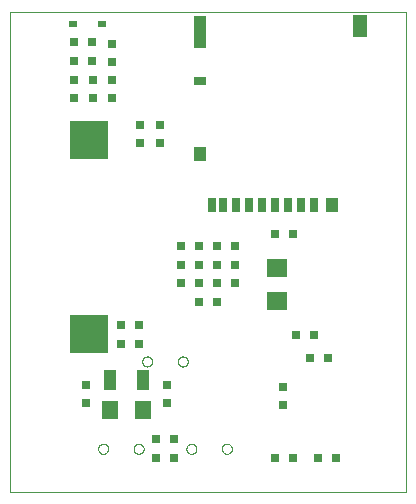
<source format=gbp>
G75*
%MOIN*%
%OFA0B0*%
%FSLAX25Y25*%
%IPPOS*%
%LPD*%
%AMOC8*
5,1,8,0,0,1.08239X$1,22.5*
%
%ADD10C,0.00000*%
%ADD11R,0.12598X0.12598*%
%ADD12R,0.03150X0.03150*%
%ADD13R,0.07087X0.06299*%
%ADD14R,0.02756X0.04724*%
%ADD15R,0.03937X0.04724*%
%ADD16R,0.03937X0.03150*%
%ADD17R,0.03937X0.11024*%
%ADD18R,0.05118X0.07480*%
%ADD19R,0.03150X0.02362*%
%ADD20R,0.03937X0.07087*%
%ADD21R,0.05512X0.06299*%
D10*
X0038342Y0011500D02*
X0038342Y0171500D01*
X0170342Y0171500D01*
X0170342Y0011500D01*
X0038342Y0011500D01*
X0067763Y0025900D02*
X0067765Y0025981D01*
X0067771Y0026063D01*
X0067781Y0026144D01*
X0067795Y0026224D01*
X0067812Y0026303D01*
X0067834Y0026382D01*
X0067859Y0026459D01*
X0067888Y0026536D01*
X0067921Y0026610D01*
X0067958Y0026683D01*
X0067997Y0026754D01*
X0068041Y0026823D01*
X0068087Y0026890D01*
X0068137Y0026954D01*
X0068190Y0027016D01*
X0068246Y0027076D01*
X0068304Y0027132D01*
X0068366Y0027186D01*
X0068430Y0027237D01*
X0068496Y0027284D01*
X0068564Y0027328D01*
X0068635Y0027369D01*
X0068707Y0027406D01*
X0068782Y0027440D01*
X0068857Y0027470D01*
X0068935Y0027496D01*
X0069013Y0027519D01*
X0069092Y0027537D01*
X0069172Y0027552D01*
X0069253Y0027563D01*
X0069334Y0027570D01*
X0069416Y0027573D01*
X0069497Y0027572D01*
X0069578Y0027567D01*
X0069659Y0027558D01*
X0069740Y0027545D01*
X0069820Y0027528D01*
X0069898Y0027508D01*
X0069976Y0027483D01*
X0070053Y0027455D01*
X0070128Y0027423D01*
X0070201Y0027388D01*
X0070272Y0027349D01*
X0070342Y0027306D01*
X0070409Y0027261D01*
X0070475Y0027212D01*
X0070537Y0027160D01*
X0070597Y0027104D01*
X0070654Y0027046D01*
X0070709Y0026986D01*
X0070760Y0026922D01*
X0070808Y0026857D01*
X0070853Y0026789D01*
X0070895Y0026719D01*
X0070933Y0026647D01*
X0070968Y0026573D01*
X0070999Y0026498D01*
X0071026Y0026421D01*
X0071049Y0026343D01*
X0071069Y0026264D01*
X0071085Y0026184D01*
X0071097Y0026103D01*
X0071105Y0026022D01*
X0071109Y0025941D01*
X0071109Y0025859D01*
X0071105Y0025778D01*
X0071097Y0025697D01*
X0071085Y0025616D01*
X0071069Y0025536D01*
X0071049Y0025457D01*
X0071026Y0025379D01*
X0070999Y0025302D01*
X0070968Y0025227D01*
X0070933Y0025153D01*
X0070895Y0025081D01*
X0070853Y0025011D01*
X0070808Y0024943D01*
X0070760Y0024878D01*
X0070709Y0024814D01*
X0070654Y0024754D01*
X0070597Y0024696D01*
X0070537Y0024640D01*
X0070475Y0024588D01*
X0070409Y0024539D01*
X0070342Y0024494D01*
X0070273Y0024451D01*
X0070201Y0024412D01*
X0070128Y0024377D01*
X0070053Y0024345D01*
X0069976Y0024317D01*
X0069898Y0024292D01*
X0069820Y0024272D01*
X0069740Y0024255D01*
X0069659Y0024242D01*
X0069578Y0024233D01*
X0069497Y0024228D01*
X0069416Y0024227D01*
X0069334Y0024230D01*
X0069253Y0024237D01*
X0069172Y0024248D01*
X0069092Y0024263D01*
X0069013Y0024281D01*
X0068935Y0024304D01*
X0068857Y0024330D01*
X0068782Y0024360D01*
X0068707Y0024394D01*
X0068635Y0024431D01*
X0068564Y0024472D01*
X0068496Y0024516D01*
X0068430Y0024563D01*
X0068366Y0024614D01*
X0068304Y0024668D01*
X0068246Y0024724D01*
X0068190Y0024784D01*
X0068137Y0024846D01*
X0068087Y0024910D01*
X0068041Y0024977D01*
X0067997Y0025046D01*
X0067958Y0025117D01*
X0067921Y0025190D01*
X0067888Y0025264D01*
X0067859Y0025341D01*
X0067834Y0025418D01*
X0067812Y0025497D01*
X0067795Y0025576D01*
X0067781Y0025656D01*
X0067771Y0025737D01*
X0067765Y0025819D01*
X0067763Y0025900D01*
X0079574Y0025900D02*
X0079576Y0025981D01*
X0079582Y0026063D01*
X0079592Y0026144D01*
X0079606Y0026224D01*
X0079623Y0026303D01*
X0079645Y0026382D01*
X0079670Y0026459D01*
X0079699Y0026536D01*
X0079732Y0026610D01*
X0079769Y0026683D01*
X0079808Y0026754D01*
X0079852Y0026823D01*
X0079898Y0026890D01*
X0079948Y0026954D01*
X0080001Y0027016D01*
X0080057Y0027076D01*
X0080115Y0027132D01*
X0080177Y0027186D01*
X0080241Y0027237D01*
X0080307Y0027284D01*
X0080375Y0027328D01*
X0080446Y0027369D01*
X0080518Y0027406D01*
X0080593Y0027440D01*
X0080668Y0027470D01*
X0080746Y0027496D01*
X0080824Y0027519D01*
X0080903Y0027537D01*
X0080983Y0027552D01*
X0081064Y0027563D01*
X0081145Y0027570D01*
X0081227Y0027573D01*
X0081308Y0027572D01*
X0081389Y0027567D01*
X0081470Y0027558D01*
X0081551Y0027545D01*
X0081631Y0027528D01*
X0081709Y0027508D01*
X0081787Y0027483D01*
X0081864Y0027455D01*
X0081939Y0027423D01*
X0082012Y0027388D01*
X0082083Y0027349D01*
X0082153Y0027306D01*
X0082220Y0027261D01*
X0082286Y0027212D01*
X0082348Y0027160D01*
X0082408Y0027104D01*
X0082465Y0027046D01*
X0082520Y0026986D01*
X0082571Y0026922D01*
X0082619Y0026857D01*
X0082664Y0026789D01*
X0082706Y0026719D01*
X0082744Y0026647D01*
X0082779Y0026573D01*
X0082810Y0026498D01*
X0082837Y0026421D01*
X0082860Y0026343D01*
X0082880Y0026264D01*
X0082896Y0026184D01*
X0082908Y0026103D01*
X0082916Y0026022D01*
X0082920Y0025941D01*
X0082920Y0025859D01*
X0082916Y0025778D01*
X0082908Y0025697D01*
X0082896Y0025616D01*
X0082880Y0025536D01*
X0082860Y0025457D01*
X0082837Y0025379D01*
X0082810Y0025302D01*
X0082779Y0025227D01*
X0082744Y0025153D01*
X0082706Y0025081D01*
X0082664Y0025011D01*
X0082619Y0024943D01*
X0082571Y0024878D01*
X0082520Y0024814D01*
X0082465Y0024754D01*
X0082408Y0024696D01*
X0082348Y0024640D01*
X0082286Y0024588D01*
X0082220Y0024539D01*
X0082153Y0024494D01*
X0082084Y0024451D01*
X0082012Y0024412D01*
X0081939Y0024377D01*
X0081864Y0024345D01*
X0081787Y0024317D01*
X0081709Y0024292D01*
X0081631Y0024272D01*
X0081551Y0024255D01*
X0081470Y0024242D01*
X0081389Y0024233D01*
X0081308Y0024228D01*
X0081227Y0024227D01*
X0081145Y0024230D01*
X0081064Y0024237D01*
X0080983Y0024248D01*
X0080903Y0024263D01*
X0080824Y0024281D01*
X0080746Y0024304D01*
X0080668Y0024330D01*
X0080593Y0024360D01*
X0080518Y0024394D01*
X0080446Y0024431D01*
X0080375Y0024472D01*
X0080307Y0024516D01*
X0080241Y0024563D01*
X0080177Y0024614D01*
X0080115Y0024668D01*
X0080057Y0024724D01*
X0080001Y0024784D01*
X0079948Y0024846D01*
X0079898Y0024910D01*
X0079852Y0024977D01*
X0079808Y0025046D01*
X0079769Y0025117D01*
X0079732Y0025190D01*
X0079699Y0025264D01*
X0079670Y0025341D01*
X0079645Y0025418D01*
X0079623Y0025497D01*
X0079606Y0025576D01*
X0079592Y0025656D01*
X0079582Y0025737D01*
X0079576Y0025819D01*
X0079574Y0025900D01*
X0097163Y0025900D02*
X0097165Y0025981D01*
X0097171Y0026063D01*
X0097181Y0026144D01*
X0097195Y0026224D01*
X0097212Y0026303D01*
X0097234Y0026382D01*
X0097259Y0026459D01*
X0097288Y0026536D01*
X0097321Y0026610D01*
X0097358Y0026683D01*
X0097397Y0026754D01*
X0097441Y0026823D01*
X0097487Y0026890D01*
X0097537Y0026954D01*
X0097590Y0027016D01*
X0097646Y0027076D01*
X0097704Y0027132D01*
X0097766Y0027186D01*
X0097830Y0027237D01*
X0097896Y0027284D01*
X0097964Y0027328D01*
X0098035Y0027369D01*
X0098107Y0027406D01*
X0098182Y0027440D01*
X0098257Y0027470D01*
X0098335Y0027496D01*
X0098413Y0027519D01*
X0098492Y0027537D01*
X0098572Y0027552D01*
X0098653Y0027563D01*
X0098734Y0027570D01*
X0098816Y0027573D01*
X0098897Y0027572D01*
X0098978Y0027567D01*
X0099059Y0027558D01*
X0099140Y0027545D01*
X0099220Y0027528D01*
X0099298Y0027508D01*
X0099376Y0027483D01*
X0099453Y0027455D01*
X0099528Y0027423D01*
X0099601Y0027388D01*
X0099672Y0027349D01*
X0099742Y0027306D01*
X0099809Y0027261D01*
X0099875Y0027212D01*
X0099937Y0027160D01*
X0099997Y0027104D01*
X0100054Y0027046D01*
X0100109Y0026986D01*
X0100160Y0026922D01*
X0100208Y0026857D01*
X0100253Y0026789D01*
X0100295Y0026719D01*
X0100333Y0026647D01*
X0100368Y0026573D01*
X0100399Y0026498D01*
X0100426Y0026421D01*
X0100449Y0026343D01*
X0100469Y0026264D01*
X0100485Y0026184D01*
X0100497Y0026103D01*
X0100505Y0026022D01*
X0100509Y0025941D01*
X0100509Y0025859D01*
X0100505Y0025778D01*
X0100497Y0025697D01*
X0100485Y0025616D01*
X0100469Y0025536D01*
X0100449Y0025457D01*
X0100426Y0025379D01*
X0100399Y0025302D01*
X0100368Y0025227D01*
X0100333Y0025153D01*
X0100295Y0025081D01*
X0100253Y0025011D01*
X0100208Y0024943D01*
X0100160Y0024878D01*
X0100109Y0024814D01*
X0100054Y0024754D01*
X0099997Y0024696D01*
X0099937Y0024640D01*
X0099875Y0024588D01*
X0099809Y0024539D01*
X0099742Y0024494D01*
X0099673Y0024451D01*
X0099601Y0024412D01*
X0099528Y0024377D01*
X0099453Y0024345D01*
X0099376Y0024317D01*
X0099298Y0024292D01*
X0099220Y0024272D01*
X0099140Y0024255D01*
X0099059Y0024242D01*
X0098978Y0024233D01*
X0098897Y0024228D01*
X0098816Y0024227D01*
X0098734Y0024230D01*
X0098653Y0024237D01*
X0098572Y0024248D01*
X0098492Y0024263D01*
X0098413Y0024281D01*
X0098335Y0024304D01*
X0098257Y0024330D01*
X0098182Y0024360D01*
X0098107Y0024394D01*
X0098035Y0024431D01*
X0097964Y0024472D01*
X0097896Y0024516D01*
X0097830Y0024563D01*
X0097766Y0024614D01*
X0097704Y0024668D01*
X0097646Y0024724D01*
X0097590Y0024784D01*
X0097537Y0024846D01*
X0097487Y0024910D01*
X0097441Y0024977D01*
X0097397Y0025046D01*
X0097358Y0025117D01*
X0097321Y0025190D01*
X0097288Y0025264D01*
X0097259Y0025341D01*
X0097234Y0025418D01*
X0097212Y0025497D01*
X0097195Y0025576D01*
X0097181Y0025656D01*
X0097171Y0025737D01*
X0097165Y0025819D01*
X0097163Y0025900D01*
X0108974Y0025900D02*
X0108976Y0025981D01*
X0108982Y0026063D01*
X0108992Y0026144D01*
X0109006Y0026224D01*
X0109023Y0026303D01*
X0109045Y0026382D01*
X0109070Y0026459D01*
X0109099Y0026536D01*
X0109132Y0026610D01*
X0109169Y0026683D01*
X0109208Y0026754D01*
X0109252Y0026823D01*
X0109298Y0026890D01*
X0109348Y0026954D01*
X0109401Y0027016D01*
X0109457Y0027076D01*
X0109515Y0027132D01*
X0109577Y0027186D01*
X0109641Y0027237D01*
X0109707Y0027284D01*
X0109775Y0027328D01*
X0109846Y0027369D01*
X0109918Y0027406D01*
X0109993Y0027440D01*
X0110068Y0027470D01*
X0110146Y0027496D01*
X0110224Y0027519D01*
X0110303Y0027537D01*
X0110383Y0027552D01*
X0110464Y0027563D01*
X0110545Y0027570D01*
X0110627Y0027573D01*
X0110708Y0027572D01*
X0110789Y0027567D01*
X0110870Y0027558D01*
X0110951Y0027545D01*
X0111031Y0027528D01*
X0111109Y0027508D01*
X0111187Y0027483D01*
X0111264Y0027455D01*
X0111339Y0027423D01*
X0111412Y0027388D01*
X0111483Y0027349D01*
X0111553Y0027306D01*
X0111620Y0027261D01*
X0111686Y0027212D01*
X0111748Y0027160D01*
X0111808Y0027104D01*
X0111865Y0027046D01*
X0111920Y0026986D01*
X0111971Y0026922D01*
X0112019Y0026857D01*
X0112064Y0026789D01*
X0112106Y0026719D01*
X0112144Y0026647D01*
X0112179Y0026573D01*
X0112210Y0026498D01*
X0112237Y0026421D01*
X0112260Y0026343D01*
X0112280Y0026264D01*
X0112296Y0026184D01*
X0112308Y0026103D01*
X0112316Y0026022D01*
X0112320Y0025941D01*
X0112320Y0025859D01*
X0112316Y0025778D01*
X0112308Y0025697D01*
X0112296Y0025616D01*
X0112280Y0025536D01*
X0112260Y0025457D01*
X0112237Y0025379D01*
X0112210Y0025302D01*
X0112179Y0025227D01*
X0112144Y0025153D01*
X0112106Y0025081D01*
X0112064Y0025011D01*
X0112019Y0024943D01*
X0111971Y0024878D01*
X0111920Y0024814D01*
X0111865Y0024754D01*
X0111808Y0024696D01*
X0111748Y0024640D01*
X0111686Y0024588D01*
X0111620Y0024539D01*
X0111553Y0024494D01*
X0111484Y0024451D01*
X0111412Y0024412D01*
X0111339Y0024377D01*
X0111264Y0024345D01*
X0111187Y0024317D01*
X0111109Y0024292D01*
X0111031Y0024272D01*
X0110951Y0024255D01*
X0110870Y0024242D01*
X0110789Y0024233D01*
X0110708Y0024228D01*
X0110627Y0024227D01*
X0110545Y0024230D01*
X0110464Y0024237D01*
X0110383Y0024248D01*
X0110303Y0024263D01*
X0110224Y0024281D01*
X0110146Y0024304D01*
X0110068Y0024330D01*
X0109993Y0024360D01*
X0109918Y0024394D01*
X0109846Y0024431D01*
X0109775Y0024472D01*
X0109707Y0024516D01*
X0109641Y0024563D01*
X0109577Y0024614D01*
X0109515Y0024668D01*
X0109457Y0024724D01*
X0109401Y0024784D01*
X0109348Y0024846D01*
X0109298Y0024910D01*
X0109252Y0024977D01*
X0109208Y0025046D01*
X0109169Y0025117D01*
X0109132Y0025190D01*
X0109099Y0025264D01*
X0109070Y0025341D01*
X0109045Y0025418D01*
X0109023Y0025497D01*
X0109006Y0025576D01*
X0108992Y0025656D01*
X0108982Y0025737D01*
X0108976Y0025819D01*
X0108974Y0025900D01*
X0094274Y0055000D02*
X0094276Y0055081D01*
X0094282Y0055163D01*
X0094292Y0055244D01*
X0094306Y0055324D01*
X0094323Y0055403D01*
X0094345Y0055482D01*
X0094370Y0055559D01*
X0094399Y0055636D01*
X0094432Y0055710D01*
X0094469Y0055783D01*
X0094508Y0055854D01*
X0094552Y0055923D01*
X0094598Y0055990D01*
X0094648Y0056054D01*
X0094701Y0056116D01*
X0094757Y0056176D01*
X0094815Y0056232D01*
X0094877Y0056286D01*
X0094941Y0056337D01*
X0095007Y0056384D01*
X0095075Y0056428D01*
X0095146Y0056469D01*
X0095218Y0056506D01*
X0095293Y0056540D01*
X0095368Y0056570D01*
X0095446Y0056596D01*
X0095524Y0056619D01*
X0095603Y0056637D01*
X0095683Y0056652D01*
X0095764Y0056663D01*
X0095845Y0056670D01*
X0095927Y0056673D01*
X0096008Y0056672D01*
X0096089Y0056667D01*
X0096170Y0056658D01*
X0096251Y0056645D01*
X0096331Y0056628D01*
X0096409Y0056608D01*
X0096487Y0056583D01*
X0096564Y0056555D01*
X0096639Y0056523D01*
X0096712Y0056488D01*
X0096783Y0056449D01*
X0096853Y0056406D01*
X0096920Y0056361D01*
X0096986Y0056312D01*
X0097048Y0056260D01*
X0097108Y0056204D01*
X0097165Y0056146D01*
X0097220Y0056086D01*
X0097271Y0056022D01*
X0097319Y0055957D01*
X0097364Y0055889D01*
X0097406Y0055819D01*
X0097444Y0055747D01*
X0097479Y0055673D01*
X0097510Y0055598D01*
X0097537Y0055521D01*
X0097560Y0055443D01*
X0097580Y0055364D01*
X0097596Y0055284D01*
X0097608Y0055203D01*
X0097616Y0055122D01*
X0097620Y0055041D01*
X0097620Y0054959D01*
X0097616Y0054878D01*
X0097608Y0054797D01*
X0097596Y0054716D01*
X0097580Y0054636D01*
X0097560Y0054557D01*
X0097537Y0054479D01*
X0097510Y0054402D01*
X0097479Y0054327D01*
X0097444Y0054253D01*
X0097406Y0054181D01*
X0097364Y0054111D01*
X0097319Y0054043D01*
X0097271Y0053978D01*
X0097220Y0053914D01*
X0097165Y0053854D01*
X0097108Y0053796D01*
X0097048Y0053740D01*
X0096986Y0053688D01*
X0096920Y0053639D01*
X0096853Y0053594D01*
X0096784Y0053551D01*
X0096712Y0053512D01*
X0096639Y0053477D01*
X0096564Y0053445D01*
X0096487Y0053417D01*
X0096409Y0053392D01*
X0096331Y0053372D01*
X0096251Y0053355D01*
X0096170Y0053342D01*
X0096089Y0053333D01*
X0096008Y0053328D01*
X0095927Y0053327D01*
X0095845Y0053330D01*
X0095764Y0053337D01*
X0095683Y0053348D01*
X0095603Y0053363D01*
X0095524Y0053381D01*
X0095446Y0053404D01*
X0095368Y0053430D01*
X0095293Y0053460D01*
X0095218Y0053494D01*
X0095146Y0053531D01*
X0095075Y0053572D01*
X0095007Y0053616D01*
X0094941Y0053663D01*
X0094877Y0053714D01*
X0094815Y0053768D01*
X0094757Y0053824D01*
X0094701Y0053884D01*
X0094648Y0053946D01*
X0094598Y0054010D01*
X0094552Y0054077D01*
X0094508Y0054146D01*
X0094469Y0054217D01*
X0094432Y0054290D01*
X0094399Y0054364D01*
X0094370Y0054441D01*
X0094345Y0054518D01*
X0094323Y0054597D01*
X0094306Y0054676D01*
X0094292Y0054756D01*
X0094282Y0054837D01*
X0094276Y0054919D01*
X0094274Y0055000D01*
X0082463Y0055000D02*
X0082465Y0055081D01*
X0082471Y0055163D01*
X0082481Y0055244D01*
X0082495Y0055324D01*
X0082512Y0055403D01*
X0082534Y0055482D01*
X0082559Y0055559D01*
X0082588Y0055636D01*
X0082621Y0055710D01*
X0082658Y0055783D01*
X0082697Y0055854D01*
X0082741Y0055923D01*
X0082787Y0055990D01*
X0082837Y0056054D01*
X0082890Y0056116D01*
X0082946Y0056176D01*
X0083004Y0056232D01*
X0083066Y0056286D01*
X0083130Y0056337D01*
X0083196Y0056384D01*
X0083264Y0056428D01*
X0083335Y0056469D01*
X0083407Y0056506D01*
X0083482Y0056540D01*
X0083557Y0056570D01*
X0083635Y0056596D01*
X0083713Y0056619D01*
X0083792Y0056637D01*
X0083872Y0056652D01*
X0083953Y0056663D01*
X0084034Y0056670D01*
X0084116Y0056673D01*
X0084197Y0056672D01*
X0084278Y0056667D01*
X0084359Y0056658D01*
X0084440Y0056645D01*
X0084520Y0056628D01*
X0084598Y0056608D01*
X0084676Y0056583D01*
X0084753Y0056555D01*
X0084828Y0056523D01*
X0084901Y0056488D01*
X0084972Y0056449D01*
X0085042Y0056406D01*
X0085109Y0056361D01*
X0085175Y0056312D01*
X0085237Y0056260D01*
X0085297Y0056204D01*
X0085354Y0056146D01*
X0085409Y0056086D01*
X0085460Y0056022D01*
X0085508Y0055957D01*
X0085553Y0055889D01*
X0085595Y0055819D01*
X0085633Y0055747D01*
X0085668Y0055673D01*
X0085699Y0055598D01*
X0085726Y0055521D01*
X0085749Y0055443D01*
X0085769Y0055364D01*
X0085785Y0055284D01*
X0085797Y0055203D01*
X0085805Y0055122D01*
X0085809Y0055041D01*
X0085809Y0054959D01*
X0085805Y0054878D01*
X0085797Y0054797D01*
X0085785Y0054716D01*
X0085769Y0054636D01*
X0085749Y0054557D01*
X0085726Y0054479D01*
X0085699Y0054402D01*
X0085668Y0054327D01*
X0085633Y0054253D01*
X0085595Y0054181D01*
X0085553Y0054111D01*
X0085508Y0054043D01*
X0085460Y0053978D01*
X0085409Y0053914D01*
X0085354Y0053854D01*
X0085297Y0053796D01*
X0085237Y0053740D01*
X0085175Y0053688D01*
X0085109Y0053639D01*
X0085042Y0053594D01*
X0084973Y0053551D01*
X0084901Y0053512D01*
X0084828Y0053477D01*
X0084753Y0053445D01*
X0084676Y0053417D01*
X0084598Y0053392D01*
X0084520Y0053372D01*
X0084440Y0053355D01*
X0084359Y0053342D01*
X0084278Y0053333D01*
X0084197Y0053328D01*
X0084116Y0053327D01*
X0084034Y0053330D01*
X0083953Y0053337D01*
X0083872Y0053348D01*
X0083792Y0053363D01*
X0083713Y0053381D01*
X0083635Y0053404D01*
X0083557Y0053430D01*
X0083482Y0053460D01*
X0083407Y0053494D01*
X0083335Y0053531D01*
X0083264Y0053572D01*
X0083196Y0053616D01*
X0083130Y0053663D01*
X0083066Y0053714D01*
X0083004Y0053768D01*
X0082946Y0053824D01*
X0082890Y0053884D01*
X0082837Y0053946D01*
X0082787Y0054010D01*
X0082741Y0054077D01*
X0082697Y0054146D01*
X0082658Y0054217D01*
X0082621Y0054290D01*
X0082588Y0054364D01*
X0082559Y0054441D01*
X0082534Y0054518D01*
X0082512Y0054597D01*
X0082495Y0054676D01*
X0082481Y0054756D01*
X0082471Y0054837D01*
X0082465Y0054919D01*
X0082463Y0055000D01*
D11*
X0064742Y0064117D03*
X0064742Y0128883D03*
D12*
X0066042Y0142900D03*
X0066042Y0148900D03*
X0059742Y0148900D03*
X0059742Y0142900D03*
X0059642Y0155200D03*
X0065642Y0155200D03*
X0065642Y0161500D03*
X0059642Y0161500D03*
X0072342Y0160700D03*
X0072342Y0154700D03*
X0072342Y0148900D03*
X0072342Y0142900D03*
X0081642Y0133700D03*
X0081642Y0127700D03*
X0088342Y0127700D03*
X0088342Y0133700D03*
X0095242Y0093400D03*
X0095242Y0087200D03*
X0095242Y0081000D03*
X0101242Y0081000D03*
X0107442Y0081000D03*
X0107442Y0087200D03*
X0107442Y0093400D03*
X0101242Y0093400D03*
X0101242Y0087200D03*
X0101342Y0074800D03*
X0107342Y0074800D03*
X0113442Y0081000D03*
X0113442Y0087200D03*
X0113442Y0093400D03*
X0126642Y0097500D03*
X0132642Y0097500D03*
X0133842Y0063900D03*
X0139842Y0063900D03*
X0138342Y0056200D03*
X0144342Y0056200D03*
X0129442Y0046500D03*
X0129442Y0040500D03*
X0126742Y0022900D03*
X0132742Y0022900D03*
X0140942Y0022900D03*
X0146942Y0022900D03*
X0093042Y0022700D03*
X0087042Y0022700D03*
X0087042Y0029100D03*
X0093042Y0029100D03*
X0090742Y0041100D03*
X0090742Y0047100D03*
X0081242Y0060800D03*
X0081242Y0067000D03*
X0075242Y0067000D03*
X0075242Y0060800D03*
X0063542Y0047100D03*
X0063542Y0041100D03*
D13*
X0127342Y0075088D03*
X0127342Y0086112D03*
D14*
X0126648Y0107300D03*
X0122317Y0107300D03*
X0117987Y0107300D03*
X0113656Y0107300D03*
X0109325Y0107300D03*
X0105585Y0107300D03*
X0130979Y0107300D03*
X0135310Y0107300D03*
X0139640Y0107300D03*
D15*
X0145743Y0107300D03*
X0101845Y0124229D03*
D16*
X0101845Y0148639D03*
D17*
X0101845Y0164977D03*
D18*
X0154995Y0166749D03*
D19*
X0069063Y0167400D03*
X0059221Y0167400D03*
D20*
X0071630Y0048700D03*
X0082654Y0048700D03*
D21*
X0082654Y0038700D03*
X0071630Y0038700D03*
M02*

</source>
